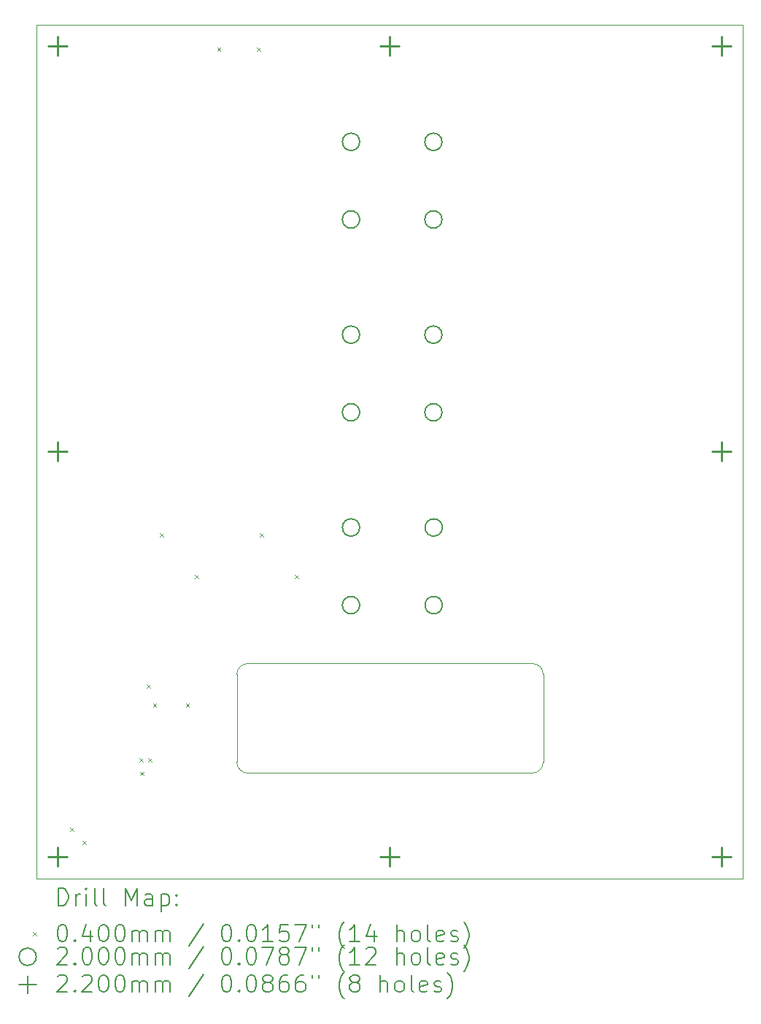
<source format=gbr>
%FSLAX45Y45*%
G04 Gerber Fmt 4.5, Leading zero omitted, Abs format (unit mm)*
G04 Created by KiCad (PCBNEW (6.0.4-0)) date 2022-05-13 11:59:46*
%MOMM*%
%LPD*%
G01*
G04 APERTURE LIST*
%TA.AperFunction,Profile*%
%ADD10C,0.050000*%
%TD*%
%ADD11C,0.200000*%
%ADD12C,0.040000*%
%ADD13C,0.220000*%
G04 APERTURE END LIST*
D10*
X12065000Y-13081000D02*
X12065000Y-12065000D01*
X15621000Y-12065000D02*
X15621000Y-13081000D01*
X12192000Y-11938000D02*
X15494000Y-11938000D01*
X15494000Y-13208000D02*
X12192000Y-13208000D01*
X9740000Y-14431000D02*
X9740000Y-4531000D01*
X17940000Y-4531000D02*
X9740000Y-4531000D01*
X9740000Y-14431000D02*
X17940000Y-14431000D01*
X17940000Y-14431000D02*
X17940000Y-4531000D01*
X15494000Y-13208000D02*
G75*
G03*
X15621000Y-13081000I0J127000D01*
G01*
X12065000Y-13081000D02*
G75*
G03*
X12192000Y-13208000I127000J0D01*
G01*
X15621000Y-12065000D02*
G75*
G03*
X15494000Y-11938000I-127000J0D01*
G01*
X12192000Y-11938000D02*
G75*
G03*
X12065000Y-12065000I0J-127000D01*
G01*
D11*
D12*
X10132000Y-13843000D02*
X10172000Y-13883000D01*
X10172000Y-13843000D02*
X10132000Y-13883000D01*
X10276000Y-13991000D02*
X10316000Y-14031000D01*
X10316000Y-13991000D02*
X10276000Y-14031000D01*
X10936000Y-13038000D02*
X10976000Y-13078000D01*
X10976000Y-13038000D02*
X10936000Y-13078000D01*
X10944000Y-13193000D02*
X10984000Y-13233000D01*
X10984000Y-13193000D02*
X10944000Y-13233000D01*
X11017999Y-12182251D02*
X11057999Y-12222251D01*
X11057999Y-12182251D02*
X11017999Y-12222251D01*
X11035000Y-13036000D02*
X11075000Y-13076000D01*
X11075000Y-13036000D02*
X11035000Y-13076000D01*
X11091950Y-12403700D02*
X11131950Y-12443700D01*
X11131950Y-12403700D02*
X11091950Y-12443700D01*
X11170799Y-10426951D02*
X11210799Y-10466951D01*
X11210799Y-10426951D02*
X11170799Y-10466951D01*
X11472950Y-12403700D02*
X11512950Y-12443700D01*
X11512950Y-12403700D02*
X11472950Y-12443700D01*
X11577199Y-10909551D02*
X11617199Y-10949551D01*
X11617199Y-10909551D02*
X11577199Y-10949551D01*
X11836000Y-4796000D02*
X11876000Y-4836000D01*
X11876000Y-4796000D02*
X11836000Y-4836000D01*
X12297000Y-4797000D02*
X12337000Y-4837000D01*
X12337000Y-4797000D02*
X12297000Y-4837000D01*
X12332199Y-10426951D02*
X12372199Y-10466951D01*
X12372199Y-10426951D02*
X12332199Y-10466951D01*
X12738599Y-10909551D02*
X12778599Y-10949551D01*
X12778599Y-10909551D02*
X12738599Y-10949551D01*
D11*
X13490400Y-5890800D02*
G75*
G03*
X13490400Y-5890800I-100000J0D01*
G01*
X13490400Y-6790800D02*
G75*
G03*
X13490400Y-6790800I-100000J0D01*
G01*
X13490400Y-8126000D02*
G75*
G03*
X13490400Y-8126000I-100000J0D01*
G01*
X13490400Y-9026000D02*
G75*
G03*
X13490400Y-9026000I-100000J0D01*
G01*
X13490400Y-10361200D02*
G75*
G03*
X13490400Y-10361200I-100000J0D01*
G01*
X13490400Y-11261200D02*
G75*
G03*
X13490400Y-11261200I-100000J0D01*
G01*
X14446400Y-5890800D02*
G75*
G03*
X14446400Y-5890800I-100000J0D01*
G01*
X14446400Y-6790800D02*
G75*
G03*
X14446400Y-6790800I-100000J0D01*
G01*
X14446400Y-8126000D02*
G75*
G03*
X14446400Y-8126000I-100000J0D01*
G01*
X14446400Y-9026000D02*
G75*
G03*
X14446400Y-9026000I-100000J0D01*
G01*
X14450000Y-10361200D02*
G75*
G03*
X14450000Y-10361200I-100000J0D01*
G01*
X14450000Y-11261200D02*
G75*
G03*
X14450000Y-11261200I-100000J0D01*
G01*
D13*
X9990000Y-4671000D02*
X9990000Y-4891000D01*
X9880000Y-4781000D02*
X10100000Y-4781000D01*
X9990000Y-9371000D02*
X9990000Y-9591000D01*
X9880000Y-9481000D02*
X10100000Y-9481000D01*
X9990000Y-14071000D02*
X9990000Y-14291000D01*
X9880000Y-14181000D02*
X10100000Y-14181000D01*
X13840000Y-4671000D02*
X13840000Y-4891000D01*
X13730000Y-4781000D02*
X13950000Y-4781000D01*
X13840000Y-14071000D02*
X13840000Y-14291000D01*
X13730000Y-14181000D02*
X13950000Y-14181000D01*
X17690000Y-4671000D02*
X17690000Y-4891000D01*
X17580000Y-4781000D02*
X17800000Y-4781000D01*
X17690000Y-9371000D02*
X17690000Y-9591000D01*
X17580000Y-9481000D02*
X17800000Y-9481000D01*
X17690000Y-14071000D02*
X17690000Y-14291000D01*
X17580000Y-14181000D02*
X17800000Y-14181000D01*
D11*
X9995119Y-14743976D02*
X9995119Y-14543976D01*
X10042738Y-14543976D01*
X10071310Y-14553500D01*
X10090357Y-14572548D01*
X10099881Y-14591595D01*
X10109405Y-14629690D01*
X10109405Y-14658262D01*
X10099881Y-14696357D01*
X10090357Y-14715405D01*
X10071310Y-14734452D01*
X10042738Y-14743976D01*
X9995119Y-14743976D01*
X10195119Y-14743976D02*
X10195119Y-14610643D01*
X10195119Y-14648738D02*
X10204643Y-14629690D01*
X10214167Y-14620167D01*
X10233214Y-14610643D01*
X10252262Y-14610643D01*
X10318929Y-14743976D02*
X10318929Y-14610643D01*
X10318929Y-14543976D02*
X10309405Y-14553500D01*
X10318929Y-14563024D01*
X10328452Y-14553500D01*
X10318929Y-14543976D01*
X10318929Y-14563024D01*
X10442738Y-14743976D02*
X10423690Y-14734452D01*
X10414167Y-14715405D01*
X10414167Y-14543976D01*
X10547500Y-14743976D02*
X10528452Y-14734452D01*
X10518929Y-14715405D01*
X10518929Y-14543976D01*
X10776071Y-14743976D02*
X10776071Y-14543976D01*
X10842738Y-14686833D01*
X10909405Y-14543976D01*
X10909405Y-14743976D01*
X11090357Y-14743976D02*
X11090357Y-14639214D01*
X11080833Y-14620167D01*
X11061786Y-14610643D01*
X11023690Y-14610643D01*
X11004643Y-14620167D01*
X11090357Y-14734452D02*
X11071310Y-14743976D01*
X11023690Y-14743976D01*
X11004643Y-14734452D01*
X10995119Y-14715405D01*
X10995119Y-14696357D01*
X11004643Y-14677309D01*
X11023690Y-14667786D01*
X11071310Y-14667786D01*
X11090357Y-14658262D01*
X11185595Y-14610643D02*
X11185595Y-14810643D01*
X11185595Y-14620167D02*
X11204643Y-14610643D01*
X11242738Y-14610643D01*
X11261786Y-14620167D01*
X11271309Y-14629690D01*
X11280833Y-14648738D01*
X11280833Y-14705881D01*
X11271309Y-14724928D01*
X11261786Y-14734452D01*
X11242738Y-14743976D01*
X11204643Y-14743976D01*
X11185595Y-14734452D01*
X11366548Y-14724928D02*
X11376071Y-14734452D01*
X11366548Y-14743976D01*
X11357024Y-14734452D01*
X11366548Y-14724928D01*
X11366548Y-14743976D01*
X11366548Y-14620167D02*
X11376071Y-14629690D01*
X11366548Y-14639214D01*
X11357024Y-14629690D01*
X11366548Y-14620167D01*
X11366548Y-14639214D01*
D12*
X9697500Y-15053500D02*
X9737500Y-15093500D01*
X9737500Y-15053500D02*
X9697500Y-15093500D01*
D11*
X10033214Y-14963976D02*
X10052262Y-14963976D01*
X10071310Y-14973500D01*
X10080833Y-14983024D01*
X10090357Y-15002071D01*
X10099881Y-15040167D01*
X10099881Y-15087786D01*
X10090357Y-15125881D01*
X10080833Y-15144928D01*
X10071310Y-15154452D01*
X10052262Y-15163976D01*
X10033214Y-15163976D01*
X10014167Y-15154452D01*
X10004643Y-15144928D01*
X9995119Y-15125881D01*
X9985595Y-15087786D01*
X9985595Y-15040167D01*
X9995119Y-15002071D01*
X10004643Y-14983024D01*
X10014167Y-14973500D01*
X10033214Y-14963976D01*
X10185595Y-15144928D02*
X10195119Y-15154452D01*
X10185595Y-15163976D01*
X10176071Y-15154452D01*
X10185595Y-15144928D01*
X10185595Y-15163976D01*
X10366548Y-15030643D02*
X10366548Y-15163976D01*
X10318929Y-14954452D02*
X10271310Y-15097309D01*
X10395119Y-15097309D01*
X10509405Y-14963976D02*
X10528452Y-14963976D01*
X10547500Y-14973500D01*
X10557024Y-14983024D01*
X10566548Y-15002071D01*
X10576071Y-15040167D01*
X10576071Y-15087786D01*
X10566548Y-15125881D01*
X10557024Y-15144928D01*
X10547500Y-15154452D01*
X10528452Y-15163976D01*
X10509405Y-15163976D01*
X10490357Y-15154452D01*
X10480833Y-15144928D01*
X10471310Y-15125881D01*
X10461786Y-15087786D01*
X10461786Y-15040167D01*
X10471310Y-15002071D01*
X10480833Y-14983024D01*
X10490357Y-14973500D01*
X10509405Y-14963976D01*
X10699881Y-14963976D02*
X10718929Y-14963976D01*
X10737976Y-14973500D01*
X10747500Y-14983024D01*
X10757024Y-15002071D01*
X10766548Y-15040167D01*
X10766548Y-15087786D01*
X10757024Y-15125881D01*
X10747500Y-15144928D01*
X10737976Y-15154452D01*
X10718929Y-15163976D01*
X10699881Y-15163976D01*
X10680833Y-15154452D01*
X10671310Y-15144928D01*
X10661786Y-15125881D01*
X10652262Y-15087786D01*
X10652262Y-15040167D01*
X10661786Y-15002071D01*
X10671310Y-14983024D01*
X10680833Y-14973500D01*
X10699881Y-14963976D01*
X10852262Y-15163976D02*
X10852262Y-15030643D01*
X10852262Y-15049690D02*
X10861786Y-15040167D01*
X10880833Y-15030643D01*
X10909405Y-15030643D01*
X10928452Y-15040167D01*
X10937976Y-15059214D01*
X10937976Y-15163976D01*
X10937976Y-15059214D02*
X10947500Y-15040167D01*
X10966548Y-15030643D01*
X10995119Y-15030643D01*
X11014167Y-15040167D01*
X11023690Y-15059214D01*
X11023690Y-15163976D01*
X11118929Y-15163976D02*
X11118929Y-15030643D01*
X11118929Y-15049690D02*
X11128452Y-15040167D01*
X11147500Y-15030643D01*
X11176071Y-15030643D01*
X11195119Y-15040167D01*
X11204643Y-15059214D01*
X11204643Y-15163976D01*
X11204643Y-15059214D02*
X11214167Y-15040167D01*
X11233214Y-15030643D01*
X11261786Y-15030643D01*
X11280833Y-15040167D01*
X11290357Y-15059214D01*
X11290357Y-15163976D01*
X11680833Y-14954452D02*
X11509405Y-15211595D01*
X11937976Y-14963976D02*
X11957024Y-14963976D01*
X11976071Y-14973500D01*
X11985595Y-14983024D01*
X11995119Y-15002071D01*
X12004643Y-15040167D01*
X12004643Y-15087786D01*
X11995119Y-15125881D01*
X11985595Y-15144928D01*
X11976071Y-15154452D01*
X11957024Y-15163976D01*
X11937976Y-15163976D01*
X11918928Y-15154452D01*
X11909405Y-15144928D01*
X11899881Y-15125881D01*
X11890357Y-15087786D01*
X11890357Y-15040167D01*
X11899881Y-15002071D01*
X11909405Y-14983024D01*
X11918928Y-14973500D01*
X11937976Y-14963976D01*
X12090357Y-15144928D02*
X12099881Y-15154452D01*
X12090357Y-15163976D01*
X12080833Y-15154452D01*
X12090357Y-15144928D01*
X12090357Y-15163976D01*
X12223690Y-14963976D02*
X12242738Y-14963976D01*
X12261786Y-14973500D01*
X12271309Y-14983024D01*
X12280833Y-15002071D01*
X12290357Y-15040167D01*
X12290357Y-15087786D01*
X12280833Y-15125881D01*
X12271309Y-15144928D01*
X12261786Y-15154452D01*
X12242738Y-15163976D01*
X12223690Y-15163976D01*
X12204643Y-15154452D01*
X12195119Y-15144928D01*
X12185595Y-15125881D01*
X12176071Y-15087786D01*
X12176071Y-15040167D01*
X12185595Y-15002071D01*
X12195119Y-14983024D01*
X12204643Y-14973500D01*
X12223690Y-14963976D01*
X12480833Y-15163976D02*
X12366548Y-15163976D01*
X12423690Y-15163976D02*
X12423690Y-14963976D01*
X12404643Y-14992548D01*
X12385595Y-15011595D01*
X12366548Y-15021119D01*
X12661786Y-14963976D02*
X12566548Y-14963976D01*
X12557024Y-15059214D01*
X12566548Y-15049690D01*
X12585595Y-15040167D01*
X12633214Y-15040167D01*
X12652262Y-15049690D01*
X12661786Y-15059214D01*
X12671309Y-15078262D01*
X12671309Y-15125881D01*
X12661786Y-15144928D01*
X12652262Y-15154452D01*
X12633214Y-15163976D01*
X12585595Y-15163976D01*
X12566548Y-15154452D01*
X12557024Y-15144928D01*
X12737976Y-14963976D02*
X12871309Y-14963976D01*
X12785595Y-15163976D01*
X12937976Y-14963976D02*
X12937976Y-15002071D01*
X13014167Y-14963976D02*
X13014167Y-15002071D01*
X13309405Y-15240167D02*
X13299881Y-15230643D01*
X13280833Y-15202071D01*
X13271309Y-15183024D01*
X13261786Y-15154452D01*
X13252262Y-15106833D01*
X13252262Y-15068738D01*
X13261786Y-15021119D01*
X13271309Y-14992548D01*
X13280833Y-14973500D01*
X13299881Y-14944928D01*
X13309405Y-14935405D01*
X13490357Y-15163976D02*
X13376071Y-15163976D01*
X13433214Y-15163976D02*
X13433214Y-14963976D01*
X13414167Y-14992548D01*
X13395119Y-15011595D01*
X13376071Y-15021119D01*
X13661786Y-15030643D02*
X13661786Y-15163976D01*
X13614167Y-14954452D02*
X13566548Y-15097309D01*
X13690357Y-15097309D01*
X13918928Y-15163976D02*
X13918928Y-14963976D01*
X14004643Y-15163976D02*
X14004643Y-15059214D01*
X13995119Y-15040167D01*
X13976071Y-15030643D01*
X13947500Y-15030643D01*
X13928452Y-15040167D01*
X13918928Y-15049690D01*
X14128452Y-15163976D02*
X14109405Y-15154452D01*
X14099881Y-15144928D01*
X14090357Y-15125881D01*
X14090357Y-15068738D01*
X14099881Y-15049690D01*
X14109405Y-15040167D01*
X14128452Y-15030643D01*
X14157024Y-15030643D01*
X14176071Y-15040167D01*
X14185595Y-15049690D01*
X14195119Y-15068738D01*
X14195119Y-15125881D01*
X14185595Y-15144928D01*
X14176071Y-15154452D01*
X14157024Y-15163976D01*
X14128452Y-15163976D01*
X14309405Y-15163976D02*
X14290357Y-15154452D01*
X14280833Y-15135405D01*
X14280833Y-14963976D01*
X14461786Y-15154452D02*
X14442738Y-15163976D01*
X14404643Y-15163976D01*
X14385595Y-15154452D01*
X14376071Y-15135405D01*
X14376071Y-15059214D01*
X14385595Y-15040167D01*
X14404643Y-15030643D01*
X14442738Y-15030643D01*
X14461786Y-15040167D01*
X14471309Y-15059214D01*
X14471309Y-15078262D01*
X14376071Y-15097309D01*
X14547500Y-15154452D02*
X14566548Y-15163976D01*
X14604643Y-15163976D01*
X14623690Y-15154452D01*
X14633214Y-15135405D01*
X14633214Y-15125881D01*
X14623690Y-15106833D01*
X14604643Y-15097309D01*
X14576071Y-15097309D01*
X14557024Y-15087786D01*
X14547500Y-15068738D01*
X14547500Y-15059214D01*
X14557024Y-15040167D01*
X14576071Y-15030643D01*
X14604643Y-15030643D01*
X14623690Y-15040167D01*
X14699881Y-15240167D02*
X14709405Y-15230643D01*
X14728452Y-15202071D01*
X14737976Y-15183024D01*
X14747500Y-15154452D01*
X14757024Y-15106833D01*
X14757024Y-15068738D01*
X14747500Y-15021119D01*
X14737976Y-14992548D01*
X14728452Y-14973500D01*
X14709405Y-14944928D01*
X14699881Y-14935405D01*
X9737500Y-15337500D02*
G75*
G03*
X9737500Y-15337500I-100000J0D01*
G01*
X9985595Y-15247024D02*
X9995119Y-15237500D01*
X10014167Y-15227976D01*
X10061786Y-15227976D01*
X10080833Y-15237500D01*
X10090357Y-15247024D01*
X10099881Y-15266071D01*
X10099881Y-15285119D01*
X10090357Y-15313690D01*
X9976071Y-15427976D01*
X10099881Y-15427976D01*
X10185595Y-15408928D02*
X10195119Y-15418452D01*
X10185595Y-15427976D01*
X10176071Y-15418452D01*
X10185595Y-15408928D01*
X10185595Y-15427976D01*
X10318929Y-15227976D02*
X10337976Y-15227976D01*
X10357024Y-15237500D01*
X10366548Y-15247024D01*
X10376071Y-15266071D01*
X10385595Y-15304167D01*
X10385595Y-15351786D01*
X10376071Y-15389881D01*
X10366548Y-15408928D01*
X10357024Y-15418452D01*
X10337976Y-15427976D01*
X10318929Y-15427976D01*
X10299881Y-15418452D01*
X10290357Y-15408928D01*
X10280833Y-15389881D01*
X10271310Y-15351786D01*
X10271310Y-15304167D01*
X10280833Y-15266071D01*
X10290357Y-15247024D01*
X10299881Y-15237500D01*
X10318929Y-15227976D01*
X10509405Y-15227976D02*
X10528452Y-15227976D01*
X10547500Y-15237500D01*
X10557024Y-15247024D01*
X10566548Y-15266071D01*
X10576071Y-15304167D01*
X10576071Y-15351786D01*
X10566548Y-15389881D01*
X10557024Y-15408928D01*
X10547500Y-15418452D01*
X10528452Y-15427976D01*
X10509405Y-15427976D01*
X10490357Y-15418452D01*
X10480833Y-15408928D01*
X10471310Y-15389881D01*
X10461786Y-15351786D01*
X10461786Y-15304167D01*
X10471310Y-15266071D01*
X10480833Y-15247024D01*
X10490357Y-15237500D01*
X10509405Y-15227976D01*
X10699881Y-15227976D02*
X10718929Y-15227976D01*
X10737976Y-15237500D01*
X10747500Y-15247024D01*
X10757024Y-15266071D01*
X10766548Y-15304167D01*
X10766548Y-15351786D01*
X10757024Y-15389881D01*
X10747500Y-15408928D01*
X10737976Y-15418452D01*
X10718929Y-15427976D01*
X10699881Y-15427976D01*
X10680833Y-15418452D01*
X10671310Y-15408928D01*
X10661786Y-15389881D01*
X10652262Y-15351786D01*
X10652262Y-15304167D01*
X10661786Y-15266071D01*
X10671310Y-15247024D01*
X10680833Y-15237500D01*
X10699881Y-15227976D01*
X10852262Y-15427976D02*
X10852262Y-15294643D01*
X10852262Y-15313690D02*
X10861786Y-15304167D01*
X10880833Y-15294643D01*
X10909405Y-15294643D01*
X10928452Y-15304167D01*
X10937976Y-15323214D01*
X10937976Y-15427976D01*
X10937976Y-15323214D02*
X10947500Y-15304167D01*
X10966548Y-15294643D01*
X10995119Y-15294643D01*
X11014167Y-15304167D01*
X11023690Y-15323214D01*
X11023690Y-15427976D01*
X11118929Y-15427976D02*
X11118929Y-15294643D01*
X11118929Y-15313690D02*
X11128452Y-15304167D01*
X11147500Y-15294643D01*
X11176071Y-15294643D01*
X11195119Y-15304167D01*
X11204643Y-15323214D01*
X11204643Y-15427976D01*
X11204643Y-15323214D02*
X11214167Y-15304167D01*
X11233214Y-15294643D01*
X11261786Y-15294643D01*
X11280833Y-15304167D01*
X11290357Y-15323214D01*
X11290357Y-15427976D01*
X11680833Y-15218452D02*
X11509405Y-15475595D01*
X11937976Y-15227976D02*
X11957024Y-15227976D01*
X11976071Y-15237500D01*
X11985595Y-15247024D01*
X11995119Y-15266071D01*
X12004643Y-15304167D01*
X12004643Y-15351786D01*
X11995119Y-15389881D01*
X11985595Y-15408928D01*
X11976071Y-15418452D01*
X11957024Y-15427976D01*
X11937976Y-15427976D01*
X11918928Y-15418452D01*
X11909405Y-15408928D01*
X11899881Y-15389881D01*
X11890357Y-15351786D01*
X11890357Y-15304167D01*
X11899881Y-15266071D01*
X11909405Y-15247024D01*
X11918928Y-15237500D01*
X11937976Y-15227976D01*
X12090357Y-15408928D02*
X12099881Y-15418452D01*
X12090357Y-15427976D01*
X12080833Y-15418452D01*
X12090357Y-15408928D01*
X12090357Y-15427976D01*
X12223690Y-15227976D02*
X12242738Y-15227976D01*
X12261786Y-15237500D01*
X12271309Y-15247024D01*
X12280833Y-15266071D01*
X12290357Y-15304167D01*
X12290357Y-15351786D01*
X12280833Y-15389881D01*
X12271309Y-15408928D01*
X12261786Y-15418452D01*
X12242738Y-15427976D01*
X12223690Y-15427976D01*
X12204643Y-15418452D01*
X12195119Y-15408928D01*
X12185595Y-15389881D01*
X12176071Y-15351786D01*
X12176071Y-15304167D01*
X12185595Y-15266071D01*
X12195119Y-15247024D01*
X12204643Y-15237500D01*
X12223690Y-15227976D01*
X12357024Y-15227976D02*
X12490357Y-15227976D01*
X12404643Y-15427976D01*
X12595119Y-15313690D02*
X12576071Y-15304167D01*
X12566548Y-15294643D01*
X12557024Y-15275595D01*
X12557024Y-15266071D01*
X12566548Y-15247024D01*
X12576071Y-15237500D01*
X12595119Y-15227976D01*
X12633214Y-15227976D01*
X12652262Y-15237500D01*
X12661786Y-15247024D01*
X12671309Y-15266071D01*
X12671309Y-15275595D01*
X12661786Y-15294643D01*
X12652262Y-15304167D01*
X12633214Y-15313690D01*
X12595119Y-15313690D01*
X12576071Y-15323214D01*
X12566548Y-15332738D01*
X12557024Y-15351786D01*
X12557024Y-15389881D01*
X12566548Y-15408928D01*
X12576071Y-15418452D01*
X12595119Y-15427976D01*
X12633214Y-15427976D01*
X12652262Y-15418452D01*
X12661786Y-15408928D01*
X12671309Y-15389881D01*
X12671309Y-15351786D01*
X12661786Y-15332738D01*
X12652262Y-15323214D01*
X12633214Y-15313690D01*
X12737976Y-15227976D02*
X12871309Y-15227976D01*
X12785595Y-15427976D01*
X12937976Y-15227976D02*
X12937976Y-15266071D01*
X13014167Y-15227976D02*
X13014167Y-15266071D01*
X13309405Y-15504167D02*
X13299881Y-15494643D01*
X13280833Y-15466071D01*
X13271309Y-15447024D01*
X13261786Y-15418452D01*
X13252262Y-15370833D01*
X13252262Y-15332738D01*
X13261786Y-15285119D01*
X13271309Y-15256548D01*
X13280833Y-15237500D01*
X13299881Y-15208928D01*
X13309405Y-15199405D01*
X13490357Y-15427976D02*
X13376071Y-15427976D01*
X13433214Y-15427976D02*
X13433214Y-15227976D01*
X13414167Y-15256548D01*
X13395119Y-15275595D01*
X13376071Y-15285119D01*
X13566548Y-15247024D02*
X13576071Y-15237500D01*
X13595119Y-15227976D01*
X13642738Y-15227976D01*
X13661786Y-15237500D01*
X13671309Y-15247024D01*
X13680833Y-15266071D01*
X13680833Y-15285119D01*
X13671309Y-15313690D01*
X13557024Y-15427976D01*
X13680833Y-15427976D01*
X13918928Y-15427976D02*
X13918928Y-15227976D01*
X14004643Y-15427976D02*
X14004643Y-15323214D01*
X13995119Y-15304167D01*
X13976071Y-15294643D01*
X13947500Y-15294643D01*
X13928452Y-15304167D01*
X13918928Y-15313690D01*
X14128452Y-15427976D02*
X14109405Y-15418452D01*
X14099881Y-15408928D01*
X14090357Y-15389881D01*
X14090357Y-15332738D01*
X14099881Y-15313690D01*
X14109405Y-15304167D01*
X14128452Y-15294643D01*
X14157024Y-15294643D01*
X14176071Y-15304167D01*
X14185595Y-15313690D01*
X14195119Y-15332738D01*
X14195119Y-15389881D01*
X14185595Y-15408928D01*
X14176071Y-15418452D01*
X14157024Y-15427976D01*
X14128452Y-15427976D01*
X14309405Y-15427976D02*
X14290357Y-15418452D01*
X14280833Y-15399405D01*
X14280833Y-15227976D01*
X14461786Y-15418452D02*
X14442738Y-15427976D01*
X14404643Y-15427976D01*
X14385595Y-15418452D01*
X14376071Y-15399405D01*
X14376071Y-15323214D01*
X14385595Y-15304167D01*
X14404643Y-15294643D01*
X14442738Y-15294643D01*
X14461786Y-15304167D01*
X14471309Y-15323214D01*
X14471309Y-15342262D01*
X14376071Y-15361309D01*
X14547500Y-15418452D02*
X14566548Y-15427976D01*
X14604643Y-15427976D01*
X14623690Y-15418452D01*
X14633214Y-15399405D01*
X14633214Y-15389881D01*
X14623690Y-15370833D01*
X14604643Y-15361309D01*
X14576071Y-15361309D01*
X14557024Y-15351786D01*
X14547500Y-15332738D01*
X14547500Y-15323214D01*
X14557024Y-15304167D01*
X14576071Y-15294643D01*
X14604643Y-15294643D01*
X14623690Y-15304167D01*
X14699881Y-15504167D02*
X14709405Y-15494643D01*
X14728452Y-15466071D01*
X14737976Y-15447024D01*
X14747500Y-15418452D01*
X14757024Y-15370833D01*
X14757024Y-15332738D01*
X14747500Y-15285119D01*
X14737976Y-15256548D01*
X14728452Y-15237500D01*
X14709405Y-15208928D01*
X14699881Y-15199405D01*
X9637500Y-15557500D02*
X9637500Y-15757500D01*
X9537500Y-15657500D02*
X9737500Y-15657500D01*
X9985595Y-15567024D02*
X9995119Y-15557500D01*
X10014167Y-15547976D01*
X10061786Y-15547976D01*
X10080833Y-15557500D01*
X10090357Y-15567024D01*
X10099881Y-15586071D01*
X10099881Y-15605119D01*
X10090357Y-15633690D01*
X9976071Y-15747976D01*
X10099881Y-15747976D01*
X10185595Y-15728928D02*
X10195119Y-15738452D01*
X10185595Y-15747976D01*
X10176071Y-15738452D01*
X10185595Y-15728928D01*
X10185595Y-15747976D01*
X10271310Y-15567024D02*
X10280833Y-15557500D01*
X10299881Y-15547976D01*
X10347500Y-15547976D01*
X10366548Y-15557500D01*
X10376071Y-15567024D01*
X10385595Y-15586071D01*
X10385595Y-15605119D01*
X10376071Y-15633690D01*
X10261786Y-15747976D01*
X10385595Y-15747976D01*
X10509405Y-15547976D02*
X10528452Y-15547976D01*
X10547500Y-15557500D01*
X10557024Y-15567024D01*
X10566548Y-15586071D01*
X10576071Y-15624167D01*
X10576071Y-15671786D01*
X10566548Y-15709881D01*
X10557024Y-15728928D01*
X10547500Y-15738452D01*
X10528452Y-15747976D01*
X10509405Y-15747976D01*
X10490357Y-15738452D01*
X10480833Y-15728928D01*
X10471310Y-15709881D01*
X10461786Y-15671786D01*
X10461786Y-15624167D01*
X10471310Y-15586071D01*
X10480833Y-15567024D01*
X10490357Y-15557500D01*
X10509405Y-15547976D01*
X10699881Y-15547976D02*
X10718929Y-15547976D01*
X10737976Y-15557500D01*
X10747500Y-15567024D01*
X10757024Y-15586071D01*
X10766548Y-15624167D01*
X10766548Y-15671786D01*
X10757024Y-15709881D01*
X10747500Y-15728928D01*
X10737976Y-15738452D01*
X10718929Y-15747976D01*
X10699881Y-15747976D01*
X10680833Y-15738452D01*
X10671310Y-15728928D01*
X10661786Y-15709881D01*
X10652262Y-15671786D01*
X10652262Y-15624167D01*
X10661786Y-15586071D01*
X10671310Y-15567024D01*
X10680833Y-15557500D01*
X10699881Y-15547976D01*
X10852262Y-15747976D02*
X10852262Y-15614643D01*
X10852262Y-15633690D02*
X10861786Y-15624167D01*
X10880833Y-15614643D01*
X10909405Y-15614643D01*
X10928452Y-15624167D01*
X10937976Y-15643214D01*
X10937976Y-15747976D01*
X10937976Y-15643214D02*
X10947500Y-15624167D01*
X10966548Y-15614643D01*
X10995119Y-15614643D01*
X11014167Y-15624167D01*
X11023690Y-15643214D01*
X11023690Y-15747976D01*
X11118929Y-15747976D02*
X11118929Y-15614643D01*
X11118929Y-15633690D02*
X11128452Y-15624167D01*
X11147500Y-15614643D01*
X11176071Y-15614643D01*
X11195119Y-15624167D01*
X11204643Y-15643214D01*
X11204643Y-15747976D01*
X11204643Y-15643214D02*
X11214167Y-15624167D01*
X11233214Y-15614643D01*
X11261786Y-15614643D01*
X11280833Y-15624167D01*
X11290357Y-15643214D01*
X11290357Y-15747976D01*
X11680833Y-15538452D02*
X11509405Y-15795595D01*
X11937976Y-15547976D02*
X11957024Y-15547976D01*
X11976071Y-15557500D01*
X11985595Y-15567024D01*
X11995119Y-15586071D01*
X12004643Y-15624167D01*
X12004643Y-15671786D01*
X11995119Y-15709881D01*
X11985595Y-15728928D01*
X11976071Y-15738452D01*
X11957024Y-15747976D01*
X11937976Y-15747976D01*
X11918928Y-15738452D01*
X11909405Y-15728928D01*
X11899881Y-15709881D01*
X11890357Y-15671786D01*
X11890357Y-15624167D01*
X11899881Y-15586071D01*
X11909405Y-15567024D01*
X11918928Y-15557500D01*
X11937976Y-15547976D01*
X12090357Y-15728928D02*
X12099881Y-15738452D01*
X12090357Y-15747976D01*
X12080833Y-15738452D01*
X12090357Y-15728928D01*
X12090357Y-15747976D01*
X12223690Y-15547976D02*
X12242738Y-15547976D01*
X12261786Y-15557500D01*
X12271309Y-15567024D01*
X12280833Y-15586071D01*
X12290357Y-15624167D01*
X12290357Y-15671786D01*
X12280833Y-15709881D01*
X12271309Y-15728928D01*
X12261786Y-15738452D01*
X12242738Y-15747976D01*
X12223690Y-15747976D01*
X12204643Y-15738452D01*
X12195119Y-15728928D01*
X12185595Y-15709881D01*
X12176071Y-15671786D01*
X12176071Y-15624167D01*
X12185595Y-15586071D01*
X12195119Y-15567024D01*
X12204643Y-15557500D01*
X12223690Y-15547976D01*
X12404643Y-15633690D02*
X12385595Y-15624167D01*
X12376071Y-15614643D01*
X12366548Y-15595595D01*
X12366548Y-15586071D01*
X12376071Y-15567024D01*
X12385595Y-15557500D01*
X12404643Y-15547976D01*
X12442738Y-15547976D01*
X12461786Y-15557500D01*
X12471309Y-15567024D01*
X12480833Y-15586071D01*
X12480833Y-15595595D01*
X12471309Y-15614643D01*
X12461786Y-15624167D01*
X12442738Y-15633690D01*
X12404643Y-15633690D01*
X12385595Y-15643214D01*
X12376071Y-15652738D01*
X12366548Y-15671786D01*
X12366548Y-15709881D01*
X12376071Y-15728928D01*
X12385595Y-15738452D01*
X12404643Y-15747976D01*
X12442738Y-15747976D01*
X12461786Y-15738452D01*
X12471309Y-15728928D01*
X12480833Y-15709881D01*
X12480833Y-15671786D01*
X12471309Y-15652738D01*
X12461786Y-15643214D01*
X12442738Y-15633690D01*
X12652262Y-15547976D02*
X12614167Y-15547976D01*
X12595119Y-15557500D01*
X12585595Y-15567024D01*
X12566548Y-15595595D01*
X12557024Y-15633690D01*
X12557024Y-15709881D01*
X12566548Y-15728928D01*
X12576071Y-15738452D01*
X12595119Y-15747976D01*
X12633214Y-15747976D01*
X12652262Y-15738452D01*
X12661786Y-15728928D01*
X12671309Y-15709881D01*
X12671309Y-15662262D01*
X12661786Y-15643214D01*
X12652262Y-15633690D01*
X12633214Y-15624167D01*
X12595119Y-15624167D01*
X12576071Y-15633690D01*
X12566548Y-15643214D01*
X12557024Y-15662262D01*
X12842738Y-15547976D02*
X12804643Y-15547976D01*
X12785595Y-15557500D01*
X12776071Y-15567024D01*
X12757024Y-15595595D01*
X12747500Y-15633690D01*
X12747500Y-15709881D01*
X12757024Y-15728928D01*
X12766548Y-15738452D01*
X12785595Y-15747976D01*
X12823690Y-15747976D01*
X12842738Y-15738452D01*
X12852262Y-15728928D01*
X12861786Y-15709881D01*
X12861786Y-15662262D01*
X12852262Y-15643214D01*
X12842738Y-15633690D01*
X12823690Y-15624167D01*
X12785595Y-15624167D01*
X12766548Y-15633690D01*
X12757024Y-15643214D01*
X12747500Y-15662262D01*
X12937976Y-15547976D02*
X12937976Y-15586071D01*
X13014167Y-15547976D02*
X13014167Y-15586071D01*
X13309405Y-15824167D02*
X13299881Y-15814643D01*
X13280833Y-15786071D01*
X13271309Y-15767024D01*
X13261786Y-15738452D01*
X13252262Y-15690833D01*
X13252262Y-15652738D01*
X13261786Y-15605119D01*
X13271309Y-15576548D01*
X13280833Y-15557500D01*
X13299881Y-15528928D01*
X13309405Y-15519405D01*
X13414167Y-15633690D02*
X13395119Y-15624167D01*
X13385595Y-15614643D01*
X13376071Y-15595595D01*
X13376071Y-15586071D01*
X13385595Y-15567024D01*
X13395119Y-15557500D01*
X13414167Y-15547976D01*
X13452262Y-15547976D01*
X13471309Y-15557500D01*
X13480833Y-15567024D01*
X13490357Y-15586071D01*
X13490357Y-15595595D01*
X13480833Y-15614643D01*
X13471309Y-15624167D01*
X13452262Y-15633690D01*
X13414167Y-15633690D01*
X13395119Y-15643214D01*
X13385595Y-15652738D01*
X13376071Y-15671786D01*
X13376071Y-15709881D01*
X13385595Y-15728928D01*
X13395119Y-15738452D01*
X13414167Y-15747976D01*
X13452262Y-15747976D01*
X13471309Y-15738452D01*
X13480833Y-15728928D01*
X13490357Y-15709881D01*
X13490357Y-15671786D01*
X13480833Y-15652738D01*
X13471309Y-15643214D01*
X13452262Y-15633690D01*
X13728452Y-15747976D02*
X13728452Y-15547976D01*
X13814167Y-15747976D02*
X13814167Y-15643214D01*
X13804643Y-15624167D01*
X13785595Y-15614643D01*
X13757024Y-15614643D01*
X13737976Y-15624167D01*
X13728452Y-15633690D01*
X13937976Y-15747976D02*
X13918928Y-15738452D01*
X13909405Y-15728928D01*
X13899881Y-15709881D01*
X13899881Y-15652738D01*
X13909405Y-15633690D01*
X13918928Y-15624167D01*
X13937976Y-15614643D01*
X13966548Y-15614643D01*
X13985595Y-15624167D01*
X13995119Y-15633690D01*
X14004643Y-15652738D01*
X14004643Y-15709881D01*
X13995119Y-15728928D01*
X13985595Y-15738452D01*
X13966548Y-15747976D01*
X13937976Y-15747976D01*
X14118928Y-15747976D02*
X14099881Y-15738452D01*
X14090357Y-15719405D01*
X14090357Y-15547976D01*
X14271309Y-15738452D02*
X14252262Y-15747976D01*
X14214167Y-15747976D01*
X14195119Y-15738452D01*
X14185595Y-15719405D01*
X14185595Y-15643214D01*
X14195119Y-15624167D01*
X14214167Y-15614643D01*
X14252262Y-15614643D01*
X14271309Y-15624167D01*
X14280833Y-15643214D01*
X14280833Y-15662262D01*
X14185595Y-15681309D01*
X14357024Y-15738452D02*
X14376071Y-15747976D01*
X14414167Y-15747976D01*
X14433214Y-15738452D01*
X14442738Y-15719405D01*
X14442738Y-15709881D01*
X14433214Y-15690833D01*
X14414167Y-15681309D01*
X14385595Y-15681309D01*
X14366548Y-15671786D01*
X14357024Y-15652738D01*
X14357024Y-15643214D01*
X14366548Y-15624167D01*
X14385595Y-15614643D01*
X14414167Y-15614643D01*
X14433214Y-15624167D01*
X14509405Y-15824167D02*
X14518928Y-15814643D01*
X14537976Y-15786071D01*
X14547500Y-15767024D01*
X14557024Y-15738452D01*
X14566548Y-15690833D01*
X14566548Y-15652738D01*
X14557024Y-15605119D01*
X14547500Y-15576548D01*
X14537976Y-15557500D01*
X14518928Y-15528928D01*
X14509405Y-15519405D01*
M02*

</source>
